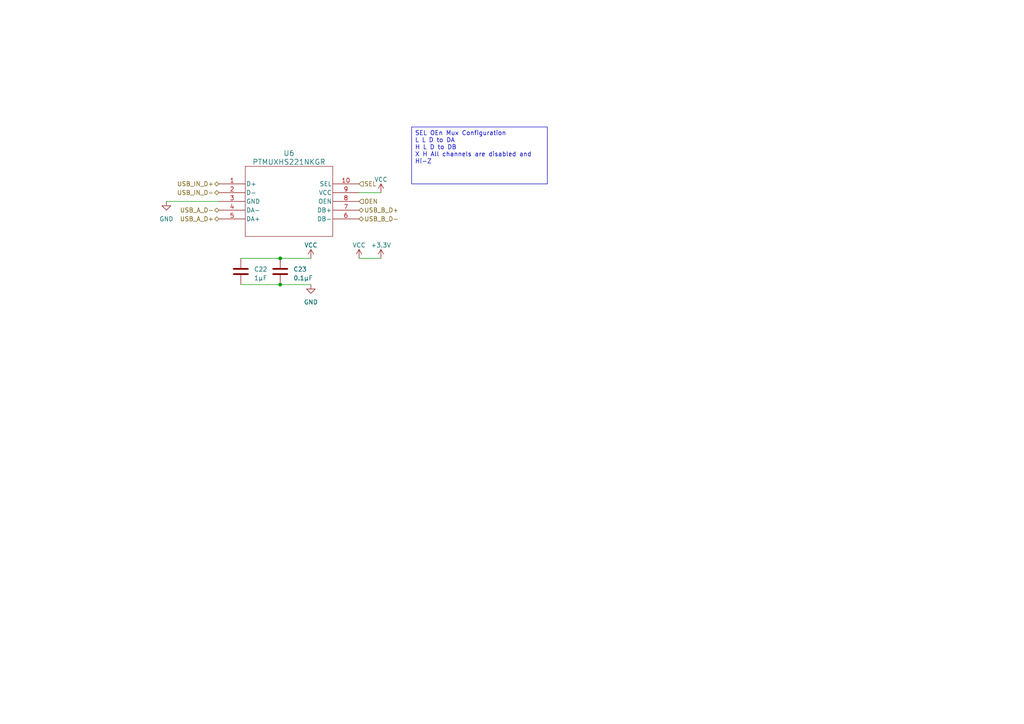
<source format=kicad_sch>
(kicad_sch (version 20230121) (generator eeschema)
  (paper "A4")
  (lib_symbols
    (symbol "Device:C" (pin_numbers hide) (pin_names (offset 0.254))
      (property "Reference" "C" (at 0.635 2.54 0))
      (property "Value" "C" (at 0.635 -2.54 0))
      (symbol "C_0_1"
        (polyline (pts (xy -2.032 -0.762) (xy 2.032 -0.762)) (stroke (width 0.508)))
        (polyline (pts (xy -2.032 0.762) (xy 2.032 0.762)) (stroke (width 0.508)))
      )
      (symbol "C_1_1"
        (pin passive line (at 0 3.81 270) (length 2.794) (name "~") (number "1"))
        (pin passive line (at 0 -3.81 90) (length 2.794) (name "~") (number "2"))
      )
    )
    (symbol "GP2040-CE-Tester:PTMUXHS221NKGR" (pin_names (offset 0.254))
      (property "Reference" "U" (at 20.32 10.16 0))
      (property "Value" "PTMUXHS221NKGR" (at 20.32 7.62 0))
      (symbol "PTMUXHS221NKGR_0_1"
        (polyline (pts (xy 7.62 -15.24) (xy 33.02 -15.24)) (stroke (width 0.127)))
        (polyline (pts (xy 7.62 5.08) (xy 7.62 -15.24)) (stroke (width 0.127)))
        (polyline (pts (xy 33.02 -15.24) (xy 33.02 5.08)) (stroke (width 0.127)))
        (polyline (pts (xy 33.02 5.08) (xy 7.62 5.08)) (stroke (width 0.127)))
        (pin bidirectional line (at 0 0 0) (length 7.62) (name "D+") (number "1"))
        (pin input line (at 40.64 0 180) (length 7.62) (name "SEL") (number "10"))
        (pin bidirectional line (at 0 -2.54 0) (length 7.62) (name "D-") (number "2"))
        (pin power_out line (at 0 -5.08 0) (length 7.62) (name "GND") (number "3"))
        (pin bidirectional line (at 0 -7.62 0) (length 7.62) (name "DA-") (number "4"))
        (pin bidirectional line (at 0 -10.16 0) (length 7.62) (name "DA+") (number "5"))
        (pin bidirectional line (at 40.64 -10.16 180) (length 7.62) (name "DB-") (number "6"))
        (pin bidirectional line (at 40.64 -7.62 180) (length 7.62) (name "DB+") (number "7"))
        (pin passive line (at 40.64 -5.08 180) (length 7.62) (name "OEN") (number "8"))
        (pin power_in line (at 40.64 -2.54 180) (length 7.62) (name "VCC") (number "9"))
      )
    )
    (symbol "power:+3.3V" (power) (pin_names (offset 0))
      (property "Value" "+3.3V" (at 0 3.556 0))
      (symbol "+3.3V_0_1"
        (polyline (pts (xy -0.762 1.27) (xy 0 2.54)))
        (polyline (pts (xy 0 0) (xy 0 2.54)))
        (polyline (pts (xy 0 2.54) (xy 0.762 1.27)))
      )
      (symbol "+3.3V_1_1"
        (pin power_in line (at 0 0 90) (length 0) hide (name "+3.3V") (number "1"))
      )
    )
    (symbol "power:GND" (power) (pin_names (offset 0))
      (property "Value" "GND" (at 0 -3.81 0))
      (symbol "GND_0_1"
        (polyline (pts (xy 0 0) (xy 0 -1.27) (xy 1.27 -1.27) (xy 0 -2.54) (xy -1.27 -1.27) (xy 0 -1.27)))
      )
      (symbol "GND_1_1"
        (pin power_in line (at 0 0 270) (length 0) hide (name "GND") (number "1"))
      )
    )
    (symbol "power:VCC" (power) (pin_names (offset 0))
      (property "Value" "VCC" (at 0 3.81 0))
      (symbol "VCC_0_1"
        (polyline (pts (xy -0.762 1.27) (xy 0 2.54)))
        (polyline (pts (xy 0 0) (xy 0 2.54)))
        (polyline (pts (xy 0 2.54) (xy 0.762 1.27)))
      )
      (symbol "VCC_1_1"
        (pin power_in line (at 0 0 90) (length 0) hide (name "VCC") (number "1"))
      )
    )
  )
  (junction (at 81.28 82.55))
  (junction (at 81.28 74.93))
  (wire (pts (xy 48.26 58.42) (xy 63.5 58.42)))
  (wire (pts (xy 69.85 82.55) (xy 81.28 82.55)))
  (wire (pts (xy 81.28 82.55) (xy 90.17 82.55)))
  (wire (pts (xy 81.28 74.93) (xy 90.17 74.93)))
  (wire (pts (xy 69.85 74.93) (xy 81.28 74.93)))
  (wire (pts (xy 110.49 55.88) (xy 104.14 55.88)))
  (wire (pts (xy 104.14 74.93) (xy 110.49 74.93)))
  (text_box "SEL OEn Mux Configuration\nL L D to DA\nH L D to DB\nX H All channels are disabled and Hi-Z" (at 119.38 36.83 0) (size 39.37 16.51) (effects (font (size 1.27 1.27)) (justify left top)))
  (hierarchical_label "SEL" (shape input) (at 104.14 53.34 0))
  (hierarchical_label "USB_IN_D-" (shape bidirectional) (at 63.5 55.88 180))
  (hierarchical_label "USB_A_D-" (shape bidirectional) (at 63.5 60.96 180))
  (hierarchical_label "USB_B_D+" (shape bidirectional) (at 104.14 60.96 0))
  (hierarchical_label "USB_A_D+" (shape bidirectional) (at 63.5 63.5 180))
  (hierarchical_label "OEN" (shape input) (at 104.14 58.42 0))
  (hierarchical_label "USB_IN_D+" (shape bidirectional) (at 63.5 53.34 180))
  (hierarchical_label "USB_B_D-" (shape bidirectional) (at 104.14 63.5 0))
  (symbol (lib_id "GP2040-CE-Tester:PTMUXHS221NKGR") (at 63.5 53.34 0) (unit 1)
    (property "Reference" "U6" (at 83.82 44.45 0) (effects (font (size 1.524 1.524))))
    (property "Value" "PTMUXHS221NKGR" (at 83.82 46.99 0) (effects (font (size 1.524 1.524))))
    (property "Footprint" "GP2040-CE-Tester:TMUXHS221N" (effects hide))
    (property "Datasheet" "PTMUXHS221NKGR" (effects hide))
  )
  (symbol (lib_id "power:VCC") (at 104.14 74.93 0) (unit 1)
    (property "Reference" "#PWR045" (effects hide))
    (property "Value" "VCC" (at 104.14 71.12 0))
  )
  (symbol (lib_id "power:+3.3V") (at 110.49 74.93 0) (unit 1)
    (property "Reference" "#PWR046" (effects hide))
    (property "Value" "+3.3V" (at 110.49 71.12 0))
  )
  (symbol (lib_id "power:VCC") (at 110.49 55.88 0) (unit 1)
    (property "Reference" "#PWR044" (effects hide))
    (property "Value" "VCC" (at 110.49 52.07 0))
  )
  (symbol (lib_id "power:VCC") (at 90.17 74.93 0) (unit 1)
    (property "Reference" "#PWR041" (effects hide))
    (property "Value" "VCC" (at 90.17 71.12 0))
  )
  (symbol (lib_id "power:GND") (at 90.17 82.55 0) (unit 1)
    (property "Reference" "#PWR042" (effects hide))
    (property "Value" "GND" (at 90.17 87.63 0))
  )
  (symbol (lib_id "Device:C") (at 69.85 78.74 0) (unit 1)
    (property "Reference" "C22" (at 73.66 78.105 0) (effects (justify left)))
    (property "Value" "1μF" (at 73.66 80.645 0) (effects (justify left)))
    (property "Footprint" "Capacitor_SMD:C_0603_1608Metric" (effects hide))
  )
  (symbol (lib_id "Device:C") (at 81.28 78.74 0) (unit 1)
    (property "Reference" "C23" (at 85.09 78.105 0) (effects (justify left)))
    (property "Value" "0.1μF" (at 85.09 80.645 0) (effects (justify left)))
    (property "Footprint" "Capacitor_SMD:C_0603_1608Metric" (effects hide))
  )
  (symbol (lib_id "power:GND") (at 48.26 58.42 0) (unit 1)
    (property "Reference" "#PWR043" (effects hide))
    (property "Value" "GND" (at 48.26 63.5 0))
  )
)
</source>
